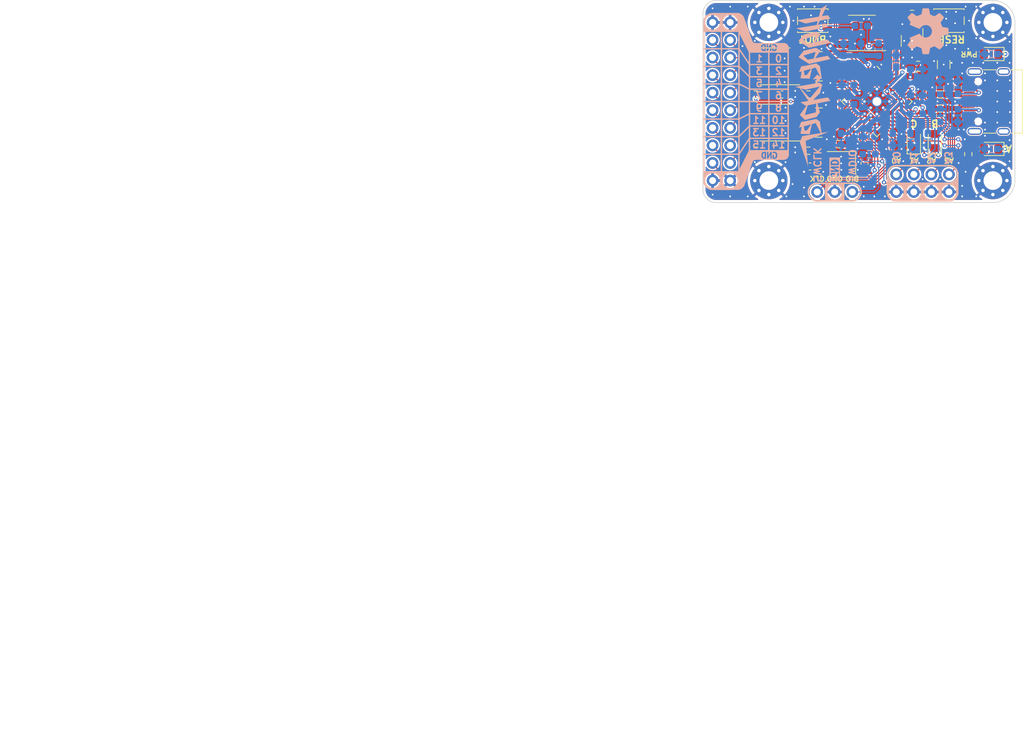
<source format=kicad_pcb>
(kicad_pcb (version 20211014) (generator pcbnew)

  (general
    (thickness 1.64592)
  )

  (paper "USLetter")
  (title_block
    (title "Jackrabbit RP2040 Logic Analyzer")
    (date "2022-09-14")
    (rev "A")
    (comment 2 "Ray Sun")
    (comment 3 "Brandon Gong")
    (comment 4 "Brian Cruz")
  )

  (layers
    (0 "F.Cu" signal)
    (31 "B.Cu" signal)
    (36 "B.SilkS" user "B.Silkscreen")
    (37 "F.SilkS" user "F.Silkscreen")
    (38 "B.Mask" user)
    (39 "F.Mask" user)
    (40 "Dwgs.User" user "User.Drawings")
    (41 "Cmts.User" user "User.Comments")
    (44 "Edge.Cuts" user)
    (45 "Margin" user)
    (46 "B.CrtYd" user "B.Courtyard")
    (47 "F.CrtYd" user "F.Courtyard")
  )

  (setup
    (stackup
      (layer "F.SilkS" (type "Top Silk Screen") (color "White") (material "PSR-4100WL"))
      (layer "F.Mask" (type "Top Solder Mask") (color "Purple") (thickness 0.0254) (material "PSR-4000BN") (epsilon_r 3.3) (loss_tangent 0))
      (layer "F.Cu" (type "copper") (thickness 0.03556))
      (layer "dielectric 1" (type "prepreg") (thickness 1.524) (material "FR4") (epsilon_r 4.5) (loss_tangent 0.02))
      (layer "B.Cu" (type "copper") (thickness 0.03556))
      (layer "B.Mask" (type "Bottom Solder Mask") (color "Purple") (thickness 0.0254) (material "PSR-4000BN") (epsilon_r 3.3) (loss_tangent 0))
      (layer "B.SilkS" (type "Bottom Silk Screen") (color "White") (material "PSR-4100WL"))
      (copper_finish "ENIG")
      (dielectric_constraints no)
    )
    (pad_to_mask_clearance 0.0508)
    (aux_axis_origin 121.79 119.995)
    (grid_origin 121.79 119.995)
    (pcbplotparams
      (layerselection 0x00010fc_ffffffff)
      (disableapertmacros false)
      (usegerberextensions false)
      (usegerberattributes true)
      (usegerberadvancedattributes true)
      (creategerberjobfile true)
      (svguseinch false)
      (svgprecision 6)
      (excludeedgelayer true)
      (plotframeref false)
      (viasonmask false)
      (mode 1)
      (useauxorigin false)
      (hpglpennumber 1)
      (hpglpenspeed 20)
      (hpglpendiameter 15.000000)
      (dxfpolygonmode true)
      (dxfimperialunits true)
      (dxfusepcbnewfont true)
      (psnegative false)
      (psa4output false)
      (plotreference true)
      (plotvalue true)
      (plotinvisibletext false)
      (sketchpadsonfab false)
      (subtractmaskfromsilk false)
      (outputformat 1)
      (mirror false)
      (drillshape 1)
      (scaleselection 1)
      (outputdirectory "")
    )
  )

  (net 0 "")
  (net 1 "+3V3")
  (net 2 "GND")
  (net 3 "+5V")
  (net 4 "+1V1")
  (net 5 "/VREF_ADC")
  (net 6 "Net-(C17-Pad2)")
  (net 7 "Net-(C18-Pad2)")
  (net 8 "Net-(D1-Pad1)")
  (net 9 "Net-(D2-Pad1)")
  (net 10 "Net-(D3-Pad1)")
  (net 11 "Net-(D4-Pad1)")
  (net 12 "VUSB")
  (net 13 "Net-(J1-PadA5)")
  (net 14 "/USB_D+")
  (net 15 "/USB_D-")
  (net 16 "unconnected-(J1-PadA8)")
  (net 17 "Net-(J1-PadB5)")
  (net 18 "unconnected-(J1-PadB8)")
  (net 19 "/OUT_DIG0")
  (net 20 "/OUT_DIG1")
  (net 21 "/OUT_DIG2")
  (net 22 "/OUT_DIG3")
  (net 23 "/OUT_DIG4")
  (net 24 "/OUT_DIG5")
  (net 25 "/OUT_DIG6")
  (net 26 "/OUT_DIG7")
  (net 27 "/OUT_DIG8")
  (net 28 "/OUT_DIG9")
  (net 29 "/OUT_DIG10")
  (net 30 "/OUT_DIG11")
  (net 31 "/OUT_DIG12")
  (net 32 "/OUT_DIG13")
  (net 33 "/OUT_DIG14")
  (net 34 "/OUT_DIG15")
  (net 35 "/ADC0")
  (net 36 "/ADC1")
  (net 37 "/ADC2")
  (net 38 "/ADC3")
  (net 39 "/SWCLK")
  (net 40 "/SWDIO")
  (net 41 "/D+")
  (net 42 "/D-")
  (net 43 "/QSPI_SS")
  (net 44 "/~{DIR_OUT_A}")
  (net 45 "/~{USB_BOOT}")
  (net 46 "Net-(R10-Pad2)")
  (net 47 "/~{DIR_OUT_B}")
  (net 48 "/~{RESET}")
  (net 49 "/LEDA")
  (net 50 "/LEDB")
  (net 51 "/LEDC")
  (net 52 "unconnected-(U1-Pad4)")
  (net 53 "/DIG7")
  (net 54 "/DIG6")
  (net 55 "/DIG5")
  (net 56 "/DIG4")
  (net 57 "/DIG3")
  (net 58 "/DIG2")
  (net 59 "/DIG1")
  (net 60 "/DIG0")
  (net 61 "/QSPI_SD1")
  (net 62 "/QSPI_SD2")
  (net 63 "/QSPI_SD0")
  (net 64 "/QSPI_SCLK")
  (net 65 "/QSPI_SD3")
  (net 66 "/DIG8")
  (net 67 "/DIG9")
  (net 68 "/DIG10")
  (net 69 "/DIG11")
  (net 70 "/DIG12")
  (net 71 "/DIG13")
  (net 72 "/DIG14")
  (net 73 "/DIG15")
  (net 74 "/~{OE_A}")
  (net 75 "unconnected-(U4-Pad34)")
  (net 76 "/~{OE_B}")
  (net 77 "Net-(R11-Pad1)")
  (net 78 "unconnected-(U4-Pad31)")
  (net 79 "Net-(RN1-Pad16)")
  (net 80 "Net-(RN1-Pad15)")
  (net 81 "Net-(RN1-Pad14)")
  (net 82 "Net-(RN1-Pad13)")
  (net 83 "Net-(RN1-Pad12)")
  (net 84 "Net-(RN1-Pad11)")
  (net 85 "Net-(RN1-Pad10)")
  (net 86 "Net-(RN1-Pad9)")
  (net 87 "Net-(RN2-Pad9)")
  (net 88 "Net-(RN2-Pad10)")
  (net 89 "Net-(RN2-Pad11)")
  (net 90 "Net-(RN2-Pad12)")
  (net 91 "Net-(RN2-Pad13)")
  (net 92 "Net-(RN2-Pad14)")
  (net 93 "Net-(RN2-Pad15)")
  (net 94 "Net-(RN2-Pad16)")
  (net 95 "unconnected-(J1-PadS1)")

  (footprint "jackrabbit:RP2040-QFN-56_HandSoldering" (layer "F.Cu") (at 146.936 105.39 -45))

  (footprint "Resistor_SMD:R_0603_1608Metric_Pad0.98x0.95mm_HandSolder" (layer "F.Cu") (at 137.03 112.502 180))

  (footprint "jackrabbit:PinHeader_2x04_P2.54mm_NoSilk" (layer "F.Cu") (at 157.35 115.931 -90))

  (footprint "Resistor_SMD:R_0603_1608Metric_Pad0.98x0.95mm_HandSolder" (layer "F.Cu") (at 141.348 111.5622))

  (footprint "Package_TO_SOT_SMD:SOT-23-5" (layer "F.Cu") (at 152.016 96.627 -90))

  (footprint "Resistor_SMD:R_Array_Convex_8x0602" (layer "F.Cu") (at 138.554 108.438 180))

  (footprint "jackrabbit:SW_Push_CK_PTS815_HandSoldering" (layer "F.Cu") (at 137.665 93.706))

  (footprint "jackrabbit:SW_Push_CK_PTS815_HandSoldering" (layer "F.Cu") (at 157.35 93.706))

  (footprint "MountingHole:MountingHole_2.7mm_M2.5_Pad_Via" (layer "F.Cu") (at 131.315 116.82))

  (footprint "Resistor_SMD:R_0603_1608Metric_Pad0.98x0.95mm_HandSolder" (layer "F.Cu") (at 156.08 106.406))

  (footprint "LED_SMD:LED_0805_2012Metric_Pad1.15x1.40mm_HandSolder" (layer "F.Cu") (at 152.27 111.105 90))

  (footprint "Capacitor_SMD:C_0805_2012Metric_Pad1.18x1.45mm_HandSolder" (layer "F.Cu") (at 152.016 92.944 180))

  (footprint "jackrabbit:Crystal_SMD_ECS-4Pin_3.2x2.5mm" (layer "F.Cu") (at 141.7544 114.3308 180))

  (footprint "Package_SO:TSSOP-20_4.4x5mm_P0.5mm" (layer "F.Cu") (at 132.204 108.438 180))

  (footprint "jackrabbit:PinHeader_2x10_P2.54mm_Horizontal_NoSilk" (layer "F.Cu") (at 125.727 116.82 180))

  (footprint "Capacitor_SMD:C_0805_2012Metric_Pad1.18x1.45mm_HandSolder" (layer "F.Cu") (at 152.905 100.31 180))

  (footprint "Resistor_SMD:R_0603_1608Metric_Pad0.98x0.95mm_HandSolder" (layer "F.Cu") (at 129.41 112.502 180))

  (footprint "MountingHole:MountingHole_2.7mm_M2.5_Pad_Via" (layer "F.Cu") (at 163.7 93.96))

  (footprint "Package_SO:SOIC-8_3.9x4.9mm_P1.27mm" (layer "F.Cu") (at 144.777 95.484 180))

  (footprint "LED_SMD:LED_0805_2012Metric_Pad1.15x1.40mm_HandSolder" (layer "F.Cu") (at 155.318 111.105 90))

  (footprint "Capacitor_SMD:C_0603_1608Metric_Pad1.08x0.95mm_HandSolder" (layer "F.Cu") (at 133.22 112.502))

  (footprint "LED_SMD:LED_0805_2012Metric_Pad1.15x1.40mm_HandSolder" (layer "F.Cu") (at 163.446 98.532 180))

  (footprint "MountingHole:MountingHole_2.7mm_M2.5_Pad_Via" (layer "F.Cu") (at 131.315 93.96))

  (footprint "MountingHole:MountingHole_2.7mm_M2.5_Pad_Via" (layer "F.Cu") (at 163.7 116.82))

  (footprint "LED_SMD:LED_0805_2012Metric_Pad1.15x1.40mm_HandSolder" (layer "F.Cu") (at 163.446 112.248 180))

  (footprint "Resistor_SMD:R_0603_1608Metric_Pad0.98x0.95mm_HandSolder" (layer "F.Cu") (at 160.144 113.01 90))

  (footprint "Capacitor_SMD:C_0603_1608Metric_Pad1.08x0.95mm_HandSolder" (layer "F.Cu") (at 133.22 104.374))

  (footprint "Resistor_SMD:R_0603_1608Metric_Pad0.98x0.95mm_HandSolder" (layer "F.Cu") (at 129.41 104.374 180))

  (footprint "Fuse:Fuse_1206_3216Metric_Pad1.42x1.75mm_HandSolder" (layer "F.Cu") (at 156.588 100.056 90))

  (footprint "Resistor_SMD:R_0603_1608Metric_Pad0.98x0.95mm_HandSolder" (layer "F.Cu") (at 137.03 104.374 180))

  (footprint "Resistor_SMD:R_0603_1608Metric_Pad0.98x0.95mm_HandSolder" (layer "F.Cu") (at 156.08 104.374))

  (footprint "Resistor_SMD:R_Array_Convex_8x0602" (layer "F.Cu") (at 138.554 100.31 180))

  (footprint "Capacitor_SMD:C_0603_1608Metric_Pad1.08x0.95mm_HandSolder" (layer "F.Cu") (at 137.284 114.788))

  (footprint "Package_SO:TSSOP-20_4.4x5mm_P0.5mm" (layer "F.Cu") (at 132.204 100.31 180))

  (footprint "Capacitor_SMD:C_0603_1608Metric_Pad1.08x0.95mm_HandSolder" (layer "F.Cu") (at 145.158 114.3308 90))

  (footprint "jackrabbit:USB_C_Receptacle_GCT_USB4105-GF-A-120" (layer "F.Cu") (at 161.075 105.39 90))

  (footprint "jackrabbit:PinHeader_1x03_P2.54mm_NoSilk" (layer "F.Cu") (at 138.3 118.471 90))

  (footprint "Resistor_SMD:R_0603_1608Metric_Pad0.98x0.95mm_HandSolder" (layer "B.Cu") (at 163.446 112.248 180))

  (footprint "Capacitor_SMD:C_0603_1608Metric_Pad1.08x0.95mm_HandSolder" (layer "B.Cu") (at 142.11 97.897 90))

  (footprint "Capacitor_SMD:C_0603_1608Metric_Pad1.08x0.95mm_HandSolder" (layer "B.Cu") (at 149.73 99.548 -90))

  (footprint "Resistor_SMD:R_0603_1608Metric_Pad0.98x0.95mm_HandSolder" (layer "B.Cu")
    (tedit 5F68FEEE) (tstamp 2e7eeb3d-1bb5-4b3e-b9e2-d6098d19b6e5)
    (at 158.62 103.358 90)
    (descr "Resistor SMD 0603 (1608 Metric), square (rectangular) end terminal, IPC_7351 nominal with elongated pad for handsoldering. (Body size source: IPC-SM-782 page 72, https://www.pcb-3d.com/wordpress/wp-content/uploads/ipc-sm-782a_amendment_1_and_2.pdf), generated with kicad-footprint-generator")
    (tags "resistor handsolder")
    (property "Sheetfile" "jackrabbit.kicad_sch")
    (property "Sheetname" "")
    (path "/92912fe5-8afd-4b87-83be-55234c82a217")
    (attr smd)
    (fp_text reference "R1" (at 0 1.43 -90 unlocked) (layer "B.SilkS") hide
      (effects (font (size 0.762 0.762) (thickness 0.127)) (justify mirror))
      (tstamp d2c86dcb-575c-49c7-98c7-83585a656dc1)
    )
    (fp_text value "5.1k" (at 0 -1.43 90 unlocked) (layer "B.Fab") hide
      (effects (font (size 0.762 0.762) (thickness 0.127)) (justify mirror))
      (tstamp ff169178-427e-4f56-9b54-462bd8477231)
    )
    (fp_text user "${REFERENCE}" (at 0 0 -90 unlocked) (layer "B.Fab") hide
      (effects (font (size 0.762 0.762) (thickness 0.127)) (justify mirror))
      (tstamp 5f30f3a1-b392-4653-9a5d-26488af2915f)
    )
    (fp_line (start -0.254724 -0.5225) (end 0.254724 -0.5225) (layer "B.SilkS") (width 0.12) (tstamp 55394926-d3ed-482c-ba84-0632df95774d))
    (fp_line (start -0.254724 0.5225) (end 0.254724 0.5225) (layer "B.SilkS") (width 0.12) (tstamp 8eda7533-0c70-4eb8-b974-c14e1a62ba34))
    (fp_line (start -1.65 0.73) (end 1.65 0.73) (layer "B.CrtYd") (width 0.05) (tstamp 1a0ff8bc-b4ae-4dd0-8830-7406373e31e9))
    (fp_line (start 1.65 0.73) (end 1.65 -0.73) (layer "B.CrtYd") (width 0.05) (tstamp 7ec6b9ee-dde2-4262-9108-8851e2c5ef6e))
    (fp_line (start -1.65 -0.73) (end -1.65 0.73) (layer "B.CrtYd") (width 0.05) (tstamp a6e9deb5-2566-4a3c-a7b0-77bf48e31603))
    (fp_line (start 1.65 -0.73) (end -1.65 -0.73) (layer "B.CrtYd") (width 0.05) (tstamp edc5f175-f199-45fb-9301-5307bb33267f))
    (fp_line (start -0.8 -0.4125) (end -0.8 0.4125) (layer "B.Fab") (width 0.1) (tstamp 1037b727-e11f-4637-8b05-26bbf8
... [1164543 chars truncated]
</source>
